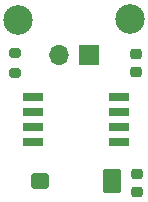
<source format=gbr>
G04 #@! TF.GenerationSoftware,KiCad,Pcbnew,8.0.1*
G04 #@! TF.CreationDate,2025-02-25T21:17:40-07:00*
G04 #@! TF.ProjectId,IRRemote,49525265-6d6f-4746-952e-6b696361645f,rev?*
G04 #@! TF.SameCoordinates,Original*
G04 #@! TF.FileFunction,Soldermask,Top*
G04 #@! TF.FilePolarity,Negative*
%FSLAX46Y46*%
G04 Gerber Fmt 4.6, Leading zero omitted, Abs format (unit mm)*
G04 Created by KiCad (PCBNEW 8.0.1) date 2025-02-25 21:17:40*
%MOMM*%
%LPD*%
G01*
G04 APERTURE LIST*
G04 Aperture macros list*
%AMRoundRect*
0 Rectangle with rounded corners*
0 $1 Rounding radius*
0 $2 $3 $4 $5 $6 $7 $8 $9 X,Y pos of 4 corners*
0 Add a 4 corners polygon primitive as box body*
4,1,4,$2,$3,$4,$5,$6,$7,$8,$9,$2,$3,0*
0 Add four circle primitives for the rounded corners*
1,1,$1+$1,$2,$3*
1,1,$1+$1,$4,$5*
1,1,$1+$1,$6,$7*
1,1,$1+$1,$8,$9*
0 Add four rect primitives between the rounded corners*
20,1,$1+$1,$2,$3,$4,$5,0*
20,1,$1+$1,$4,$5,$6,$7,0*
20,1,$1+$1,$6,$7,$8,$9,0*
20,1,$1+$1,$8,$9,$2,$3,0*%
G04 Aperture macros list end*
%ADD10R,1.700000X1.700000*%
%ADD11O,1.700000X1.700000*%
%ADD12RoundRect,0.225000X-0.250000X0.225000X-0.250000X-0.225000X0.250000X-0.225000X0.250000X0.225000X0*%
%ADD13C,2.500000*%
%ADD14RoundRect,0.187500X-0.562500X-0.862500X0.562500X-0.862500X0.562500X0.862500X-0.562500X0.862500X0*%
%ADD15RoundRect,0.162500X-0.587500X-0.487500X0.587500X-0.487500X0.587500X0.487500X-0.587500X0.487500X0*%
%ADD16RoundRect,0.175000X-0.525000X-0.825000X0.525000X-0.825000X0.525000X0.825000X-0.525000X0.825000X0*%
%ADD17RoundRect,0.150000X-0.550000X-0.450000X0.550000X-0.450000X0.550000X0.450000X-0.550000X0.450000X0*%
%ADD18RoundRect,0.225000X0.250000X-0.225000X0.250000X0.225000X-0.250000X0.225000X-0.250000X-0.225000X0*%
%ADD19R,1.700000X0.650000*%
%ADD20RoundRect,0.200000X0.275000X-0.200000X0.275000X0.200000X-0.275000X0.200000X-0.275000X-0.200000X0*%
G04 APERTURE END LIST*
D10*
X139620000Y-69280000D03*
D11*
X137080000Y-69280000D03*
D12*
X143710000Y-79330000D03*
X143710000Y-80880000D03*
D13*
X133620000Y-66340000D03*
D14*
X141570000Y-79970000D03*
D15*
X135470000Y-79970000D03*
D16*
X141570000Y-79970000D03*
D17*
X135470000Y-79970000D03*
D18*
X143590000Y-70720000D03*
X143590000Y-69170000D03*
D13*
X143100000Y-66240000D03*
D19*
X134830000Y-72850000D03*
X134830000Y-74120000D03*
X134830000Y-75390000D03*
X134830000Y-76660000D03*
X142130000Y-76660000D03*
X142130000Y-75390000D03*
X142130000Y-74120000D03*
X142130000Y-72850000D03*
D20*
X133310000Y-70800000D03*
X133310000Y-69150000D03*
M02*

</source>
